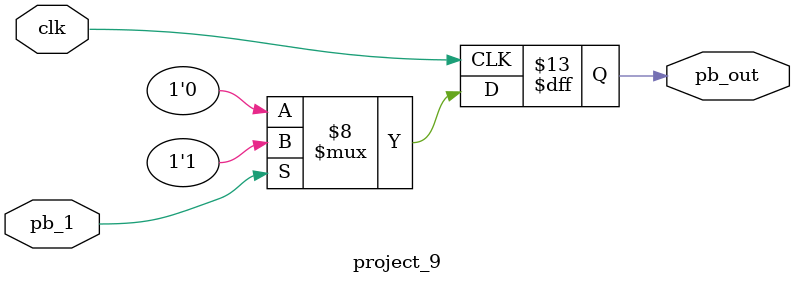
<source format=v>
`timescale 1ns / 1ps


module project_9(input pb_1,clk,output reg pb_out);
    reg[2:0]counter;
    wire TC;
    
    always@(posedge clk) begin
    if(~pb_1)
        counter <= 3'd0;
    else
        counter <= counter + 3'd1;
    end
    
    assign TC = (counter == 3'b111);
    
    always@(posedge clk) begin
        if(~pb_1)
            pb_out <= 1'b0;
        else
            pb_out <= 1'b1;
    end

endmodule


</source>
